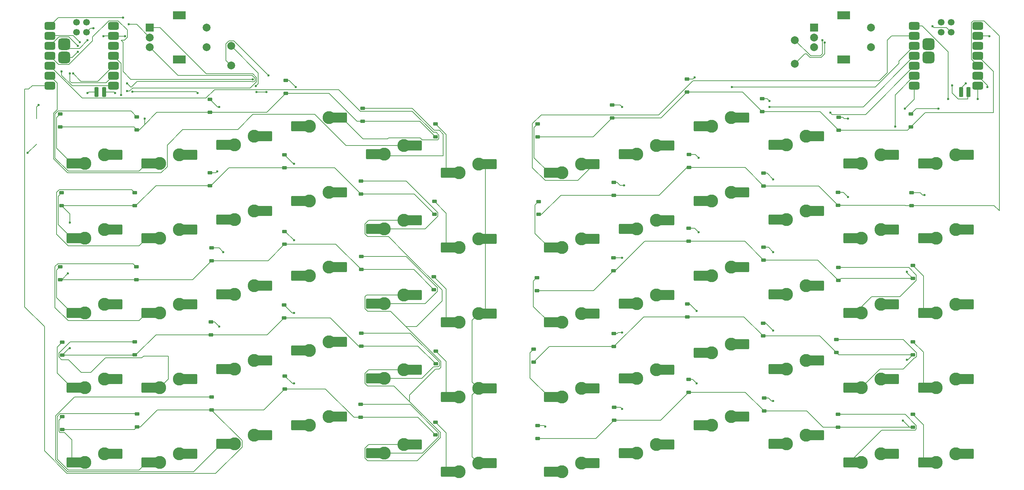
<source format=gbr>
%TF.GenerationSoftware,KiCad,Pcbnew,9.0.5*%
%TF.CreationDate,2025-12-19T18:50:02-08:00*%
%TF.ProjectId,bluekeeb,626c7565-6b65-4656-922e-6b696361645f,rev?*%
%TF.SameCoordinates,Original*%
%TF.FileFunction,Copper,L1,Top*%
%TF.FilePolarity,Positive*%
%FSLAX46Y46*%
G04 Gerber Fmt 4.6, Leading zero omitted, Abs format (unit mm)*
G04 Created by KiCad (PCBNEW 9.0.5) date 2025-12-19 18:50:02*
%MOMM*%
%LPD*%
G01*
G04 APERTURE LIST*
G04 Aperture macros list*
%AMRoundRect*
0 Rectangle with rounded corners*
0 $1 Rounding radius*
0 $2 $3 $4 $5 $6 $7 $8 $9 X,Y pos of 4 corners*
0 Add a 4 corners polygon primitive as box body*
4,1,4,$2,$3,$4,$5,$6,$7,$8,$9,$2,$3,0*
0 Add four circle primitives for the rounded corners*
1,1,$1+$1,$2,$3*
1,1,$1+$1,$4,$5*
1,1,$1+$1,$6,$7*
1,1,$1+$1,$8,$9*
0 Add four rect primitives between the rounded corners*
20,1,$1+$1,$2,$3,$4,$5,0*
20,1,$1+$1,$4,$5,$6,$7,0*
20,1,$1+$1,$6,$7,$8,$9,0*
20,1,$1+$1,$8,$9,$2,$3,0*%
G04 Aperture macros list end*
%TA.AperFunction,SMDPad,CuDef*%
%ADD10C,1.700000*%
%TD*%
%TA.AperFunction,SMDPad,CuDef*%
%ADD11RoundRect,0.275000X-0.275000X0.975000X-0.275000X-0.975000X0.275000X-0.975000X0.275000X0.975000X0*%
%TD*%
%TA.AperFunction,ComponentPad*%
%ADD12RoundRect,0.750000X0.750000X0.750000X-0.750000X0.750000X-0.750000X-0.750000X0.750000X-0.750000X0*%
%TD*%
%TA.AperFunction,SMDPad,CuDef*%
%ADD13RoundRect,0.500000X-0.875000X-0.500000X0.875000X-0.500000X0.875000X0.500000X-0.875000X0.500000X0*%
%TD*%
%TA.AperFunction,ComponentPad*%
%ADD14R,2.000000X2.000000*%
%TD*%
%TA.AperFunction,ComponentPad*%
%ADD15C,2.000000*%
%TD*%
%TA.AperFunction,ComponentPad*%
%ADD16R,3.200000X2.000000*%
%TD*%
%TA.AperFunction,ComponentPad*%
%ADD17C,3.300000*%
%TD*%
%TA.AperFunction,SMDPad,CuDef*%
%ADD18R,1.200000X2.600000*%
%TD*%
%TA.AperFunction,SMDPad,CuDef*%
%ADD19RoundRect,0.260000X-1.065000X-1.040000X1.065000X-1.040000X1.065000X1.040000X-1.065000X1.040000X0*%
%TD*%
%TA.AperFunction,SMDPad,CuDef*%
%ADD20RoundRect,0.225000X0.375000X-0.225000X0.375000X0.225000X-0.375000X0.225000X-0.375000X-0.225000X0*%
%TD*%
%TA.AperFunction,SMDPad,CuDef*%
%ADD21C,2.000000*%
%TD*%
%TA.AperFunction,ViaPad*%
%ADD22C,0.600000*%
%TD*%
%TA.AperFunction,Conductor*%
%ADD23C,0.200000*%
%TD*%
G04 APERTURE END LIST*
D10*
%TO.P,U2,22,GND*%
%TO.N,Net-(SW62-PadC)*%
X265715000Y-22471500D03*
%TO.P,U2,21,RESET*%
%TO.N,unconnected-(U2-RESET-Pad21)*%
X263175000Y-22471500D03*
%TO.P,U2,20,PA30_SWCLK*%
%TO.N,unconnected-(U2-PA30_SWCLK-Pad20)*%
X265715000Y-19931500D03*
%TO.P,U2,19,PA31_SWDIO*%
%TO.N,unconnected-(U2-PA31_SWDIO-Pad19)*%
X263175000Y-19931500D03*
D11*
%TO.P,U2,18,NFC2*%
%TO.N,Net-(U2-NFC2)*%
X270160000Y-37736900D03*
%TO.P,U2,17,NFC1*%
%TO.N,Net-(U2-NFC1)*%
X268255000Y-37736900D03*
D12*
%TO.P,U2,16,GND*%
%TO.N,GND*%
X260000000Y-25500000D03*
%TO.P,U2,15,BAT*%
%TO.N,/right/vbat*%
X260000000Y-28900000D03*
D13*
%TO.P,U2,14,5V*%
%TO.N,unconnected-(U2-5V-Pad14)*%
X272555000Y-20880000D03*
%TO.P,U2,13,GND*%
%TO.N,GND*%
X272555000Y-23420000D03*
%TO.P,U2,12,3V3*%
%TO.N,unconnected-(U2-3V3-Pad12)*%
X272555000Y-25960000D03*
%TO.P,U2,11,P1.15_D10_MOSI*%
%TO.N,/right/row0*%
X272555000Y-28500000D03*
%TO.P,U2,10,P1.14_D9_MISO*%
%TO.N,/right/row1*%
X272555000Y-31040000D03*
%TO.P,U2,9,P1.13_D8_SCK*%
%TO.N,/right/row2*%
X272555000Y-33580000D03*
%TO.P,U2,8,P1.12_D7_RX*%
%TO.N,/right/row3*%
X272555000Y-36120000D03*
%TO.P,U2,7,P1.11_D6_TX*%
%TO.N,/right/row4*%
X256390000Y-36120000D03*
%TO.P,U2,6,P0.05_A5_D5_SCL*%
%TO.N,/right/col4*%
X256390000Y-33580000D03*
%TO.P,U2,5,P0.04_A4_D4_SDA*%
%TO.N,/right/col3*%
X256390000Y-31040000D03*
%TO.P,U2,4,P0.29_A3_D3*%
%TO.N,/right/col2*%
X256390000Y-28500000D03*
%TO.P,U2,3,P0.28_A2_D2*%
%TO.N,/right/col1*%
X256390000Y-25960000D03*
%TO.P,U2,2,P0.03_A1_D1*%
%TO.N,/right/col0*%
X256390000Y-23420000D03*
%TO.P,U2,1,P0.02_A0_D0*%
%TO.N,/right/col5*%
X256390000Y-20880000D03*
%TD*%
D14*
%TO.P,SW62,A,A*%
%TO.N,Net-(U2-NFC1)*%
X230875000Y-21312500D03*
D15*
%TO.P,SW62,B,B*%
%TO.N,Net-(U2-NFC2)*%
X230875000Y-26312500D03*
%TO.P,SW62,C,C*%
%TO.N,Net-(SW62-PadC)*%
X230875000Y-23812500D03*
D16*
%TO.P,SW62,MP*%
%TO.N,N/C*%
X238375000Y-18212500D03*
X238375000Y-29412500D03*
D15*
%TO.P,SW62,S1*%
X245375000Y-26312500D03*
%TO.P,SW62,S2*%
X245375000Y-21312500D03*
%TD*%
D14*
%TO.P,SW61,A,A*%
%TO.N,Net-(U1-NFC1)*%
X61806250Y-21312500D03*
D15*
%TO.P,SW61,B,B*%
%TO.N,Net-(U1-NFC2)*%
X61806250Y-26312500D03*
%TO.P,SW61,C,C*%
%TO.N,Net-(SW61-PadC)*%
X61806250Y-23812500D03*
D16*
%TO.P,SW61,MP*%
%TO.N,N/C*%
X69306250Y-18212500D03*
X69306250Y-29412500D03*
D15*
%TO.P,SW61,S1*%
X76306250Y-26312500D03*
%TO.P,SW61,S2*%
X76306250Y-21312500D03*
%TD*%
D17*
%TO.P,SW1,1,1*%
%TO.N,/left/col0*%
X50243750Y-53756250D03*
D18*
X51793750Y-53756250D03*
D19*
X53488750Y-53756250D03*
%TO.P,SW1,2,2*%
%TO.N,Net-(D1-A)*%
X41998750Y-55956250D03*
D18*
X43693750Y-55956250D03*
D17*
X45243750Y-55956250D03*
%TD*%
%TO.P,SW2,1,1*%
%TO.N,/right/col0*%
X171687500Y-56137500D03*
D18*
X173237500Y-56137500D03*
D19*
X174932500Y-56137500D03*
%TO.P,SW2,2,2*%
%TO.N,Net-(D2-A)*%
X163442500Y-58337500D03*
D18*
X165137500Y-58337500D03*
D17*
X166687500Y-58337500D03*
%TD*%
%TO.P,SW3,1,1*%
%TO.N,/left/col1*%
X69293750Y-53756250D03*
D18*
X70843750Y-53756250D03*
D19*
X72538750Y-53756250D03*
%TO.P,SW3,2,2*%
%TO.N,Net-(D3-A)*%
X61048750Y-55956250D03*
D18*
X62743750Y-55956250D03*
D17*
X64293750Y-55956250D03*
%TD*%
%TO.P,SW4,1,1*%
%TO.N,/right/col1*%
X190737500Y-51375000D03*
D18*
X192287500Y-51375000D03*
D19*
X193982500Y-51375000D03*
%TO.P,SW4,2,2*%
%TO.N,Net-(D4-A)*%
X182492500Y-53575000D03*
D18*
X184187500Y-53575000D03*
D17*
X185737500Y-53575000D03*
%TD*%
%TO.P,SW5,1,1*%
%TO.N,/left/col2*%
X88343750Y-48993750D03*
D18*
X89893750Y-48993750D03*
D19*
X91588750Y-48993750D03*
%TO.P,SW5,2,2*%
%TO.N,Net-(D5-A)*%
X80098750Y-51193750D03*
D18*
X81793750Y-51193750D03*
D17*
X83343750Y-51193750D03*
%TD*%
%TO.P,SW6,1,1*%
%TO.N,/right/col2*%
X209787500Y-44231250D03*
D18*
X211337500Y-44231250D03*
D19*
X213032500Y-44231250D03*
%TO.P,SW6,2,2*%
%TO.N,Net-(D6-A)*%
X201542500Y-46431250D03*
D18*
X203237500Y-46431250D03*
D17*
X204787500Y-46431250D03*
%TD*%
%TO.P,SW7,1,1*%
%TO.N,/left/col3*%
X107393750Y-44231250D03*
D18*
X108943750Y-44231250D03*
D19*
X110638750Y-44231250D03*
%TO.P,SW7,2,2*%
%TO.N,Net-(D7-A)*%
X99148750Y-46431250D03*
D18*
X100843750Y-46431250D03*
D17*
X102393750Y-46431250D03*
%TD*%
%TO.P,SW8,1,1*%
%TO.N,/right/col3*%
X228837500Y-48993750D03*
D18*
X230387500Y-48993750D03*
D19*
X232082500Y-48993750D03*
%TO.P,SW8,2,2*%
%TO.N,Net-(D8-A)*%
X220592500Y-51193750D03*
D18*
X222287500Y-51193750D03*
D17*
X223837500Y-51193750D03*
%TD*%
%TO.P,SW9,1,1*%
%TO.N,/left/col4*%
X126443750Y-51375000D03*
D18*
X127993750Y-51375000D03*
D19*
X129688750Y-51375000D03*
%TO.P,SW9,2,2*%
%TO.N,Net-(D9-A)*%
X118198750Y-53575000D03*
D18*
X119893750Y-53575000D03*
D17*
X121443750Y-53575000D03*
%TD*%
%TO.P,SW10,1,1*%
%TO.N,/right/col4*%
X247887500Y-53756250D03*
D18*
X249437500Y-53756250D03*
D19*
X251132500Y-53756250D03*
%TO.P,SW10,2,2*%
%TO.N,Net-(D10-A)*%
X239642500Y-55956250D03*
D18*
X241337500Y-55956250D03*
D17*
X242887500Y-55956250D03*
%TD*%
%TO.P,SW11,1,1*%
%TO.N,/left/col5*%
X145493750Y-56137500D03*
D18*
X147043750Y-56137500D03*
D19*
X148738750Y-56137500D03*
%TO.P,SW11,2,2*%
%TO.N,Net-(D11-A)*%
X137248750Y-58337500D03*
D18*
X138943750Y-58337500D03*
D17*
X140493750Y-58337500D03*
%TD*%
%TO.P,SW12,1,1*%
%TO.N,/right/col5*%
X266937500Y-53756250D03*
D18*
X268487500Y-53756250D03*
D19*
X270182500Y-53756250D03*
%TO.P,SW12,2,2*%
%TO.N,Net-(D12-A)*%
X258692500Y-55956250D03*
D18*
X260387500Y-55956250D03*
D17*
X261937500Y-55956250D03*
%TD*%
%TO.P,SW13,1,1*%
%TO.N,/left/col0*%
X50243750Y-72806250D03*
D18*
X51793750Y-72806250D03*
D19*
X53488750Y-72806250D03*
%TO.P,SW13,2,2*%
%TO.N,Net-(D13-A)*%
X41998750Y-75006250D03*
D18*
X43693750Y-75006250D03*
D17*
X45243750Y-75006250D03*
%TD*%
%TO.P,SW14,1,1*%
%TO.N,/right/col0*%
X171687500Y-75187500D03*
D18*
X173237500Y-75187500D03*
D19*
X174932500Y-75187500D03*
%TO.P,SW14,2,2*%
%TO.N,Net-(D14-A)*%
X163442500Y-77387500D03*
D18*
X165137500Y-77387500D03*
D17*
X166687500Y-77387500D03*
%TD*%
%TO.P,SW15,1,1*%
%TO.N,/left/col0*%
X50243750Y-91856250D03*
D18*
X51793750Y-91856250D03*
D19*
X53488750Y-91856250D03*
%TO.P,SW15,2,2*%
%TO.N,Net-(D15-A)*%
X41998750Y-94056250D03*
D18*
X43693750Y-94056250D03*
D17*
X45243750Y-94056250D03*
%TD*%
%TO.P,SW16,1,1*%
%TO.N,/right/col0*%
X171687500Y-94237500D03*
D18*
X173237500Y-94237500D03*
D19*
X174932500Y-94237500D03*
%TO.P,SW16,2,2*%
%TO.N,Net-(D16-A)*%
X163442500Y-96437500D03*
D18*
X165137500Y-96437500D03*
D17*
X166687500Y-96437500D03*
%TD*%
%TO.P,SW17,1,1*%
%TO.N,/left/col0*%
X50243750Y-110906250D03*
D18*
X51793750Y-110906250D03*
D19*
X53488750Y-110906250D03*
%TO.P,SW17,2,2*%
%TO.N,Net-(D17-A)*%
X41998750Y-113106250D03*
D18*
X43693750Y-113106250D03*
D17*
X45243750Y-113106250D03*
%TD*%
%TO.P,SW18,1,1*%
%TO.N,/right/col0*%
X171687500Y-113287500D03*
D18*
X173237500Y-113287500D03*
D19*
X174932500Y-113287500D03*
%TO.P,SW18,2,2*%
%TO.N,Net-(D18-A)*%
X163442500Y-115487500D03*
D18*
X165137500Y-115487500D03*
D17*
X166687500Y-115487500D03*
%TD*%
%TO.P,SW19,1,1*%
%TO.N,/left/col0*%
X50243750Y-129956250D03*
D18*
X51793750Y-129956250D03*
D19*
X53488750Y-129956250D03*
%TO.P,SW19,2,2*%
%TO.N,Net-(D19-A)*%
X41998750Y-132156250D03*
D18*
X43693750Y-132156250D03*
D17*
X45243750Y-132156250D03*
%TD*%
%TO.P,SW20,1,1*%
%TO.N,/right/col0*%
X171687500Y-132337500D03*
D18*
X173237500Y-132337500D03*
D19*
X174932500Y-132337500D03*
%TO.P,SW20,2,2*%
%TO.N,Net-(D20-A)*%
X163442500Y-134537500D03*
D18*
X165137500Y-134537500D03*
D17*
X166687500Y-134537500D03*
%TD*%
%TO.P,SW21,1,1*%
%TO.N,/left/col1*%
X69293750Y-72806250D03*
D18*
X70843750Y-72806250D03*
D19*
X72538750Y-72806250D03*
%TO.P,SW21,2,2*%
%TO.N,Net-(D21-A)*%
X61048750Y-75006250D03*
D18*
X62743750Y-75006250D03*
D17*
X64293750Y-75006250D03*
%TD*%
%TO.P,SW22,1,1*%
%TO.N,/right/col1*%
X190737500Y-70425000D03*
D18*
X192287500Y-70425000D03*
D19*
X193982500Y-70425000D03*
%TO.P,SW22,2,2*%
%TO.N,Net-(D22-A)*%
X182492500Y-72625000D03*
D18*
X184187500Y-72625000D03*
D17*
X185737500Y-72625000D03*
%TD*%
%TO.P,SW23,1,1*%
%TO.N,/left/col1*%
X69293750Y-91856250D03*
D18*
X70843750Y-91856250D03*
D19*
X72538750Y-91856250D03*
%TO.P,SW23,2,2*%
%TO.N,Net-(D23-A)*%
X61048750Y-94056250D03*
D18*
X62743750Y-94056250D03*
D17*
X64293750Y-94056250D03*
%TD*%
%TO.P,SW24,1,1*%
%TO.N,/right/col1*%
X190737500Y-89475000D03*
D18*
X192287500Y-89475000D03*
D19*
X193982500Y-89475000D03*
%TO.P,SW24,2,2*%
%TO.N,Net-(D24-A)*%
X182492500Y-91675000D03*
D18*
X184187500Y-91675000D03*
D17*
X185737500Y-91675000D03*
%TD*%
%TO.P,SW25,1,1*%
%TO.N,/left/col1*%
X69293750Y-110906250D03*
D18*
X70843750Y-110906250D03*
D19*
X72538750Y-110906250D03*
%TO.P,SW25,2,2*%
%TO.N,Net-(D25-A)*%
X61048750Y-113106250D03*
D18*
X62743750Y-113106250D03*
D17*
X64293750Y-113106250D03*
%TD*%
%TO.P,SW26,1,1*%
%TO.N,/right/col1*%
X190737500Y-108525000D03*
D18*
X192287500Y-108525000D03*
D19*
X193982500Y-108525000D03*
%TO.P,SW26,2,2*%
%TO.N,Net-(D26-A)*%
X182492500Y-110725000D03*
D18*
X184187500Y-110725000D03*
D17*
X185737500Y-110725000D03*
%TD*%
%TO.P,SW27,1,1*%
%TO.N,/left/col1*%
X69293750Y-129956250D03*
D18*
X70843750Y-129956250D03*
D19*
X72538750Y-129956250D03*
%TO.P,SW27,2,2*%
%TO.N,Net-(D27-A)*%
X61048750Y-132156250D03*
D18*
X62743750Y-132156250D03*
D17*
X64293750Y-132156250D03*
%TD*%
%TO.P,SW28,1,1*%
%TO.N,/right/col1*%
X190737500Y-127575000D03*
D18*
X192287500Y-127575000D03*
D19*
X193982500Y-127575000D03*
%TO.P,SW28,2,2*%
%TO.N,Net-(D28-A)*%
X182492500Y-129775000D03*
D18*
X184187500Y-129775000D03*
D17*
X185737500Y-129775000D03*
%TD*%
%TO.P,SW29,1,1*%
%TO.N,/left/col2*%
X88343750Y-68043750D03*
D18*
X89893750Y-68043750D03*
D19*
X91588750Y-68043750D03*
%TO.P,SW29,2,2*%
%TO.N,Net-(D29-A)*%
X80098750Y-70243750D03*
D18*
X81793750Y-70243750D03*
D17*
X83343750Y-70243750D03*
%TD*%
%TO.P,SW30,1,1*%
%TO.N,/right/col2*%
X209787500Y-63281250D03*
D18*
X211337500Y-63281250D03*
D19*
X213032500Y-63281250D03*
%TO.P,SW30,2,2*%
%TO.N,Net-(D30-A)*%
X201542500Y-65481250D03*
D18*
X203237500Y-65481250D03*
D17*
X204787500Y-65481250D03*
%TD*%
%TO.P,SW31,1,1*%
%TO.N,/left/col2*%
X88343750Y-87093750D03*
D18*
X89893750Y-87093750D03*
D19*
X91588750Y-87093750D03*
%TO.P,SW31,2,2*%
%TO.N,Net-(D31-A)*%
X80098750Y-89293750D03*
D18*
X81793750Y-89293750D03*
D17*
X83343750Y-89293750D03*
%TD*%
%TO.P,SW32,1,1*%
%TO.N,/right/col2*%
X209787500Y-82331250D03*
D18*
X211337500Y-82331250D03*
D19*
X213032500Y-82331250D03*
%TO.P,SW32,2,2*%
%TO.N,Net-(D32-A)*%
X201542500Y-84531250D03*
D18*
X203237500Y-84531250D03*
D17*
X204787500Y-84531250D03*
%TD*%
%TO.P,SW33,1,1*%
%TO.N,/left/col2*%
X88343750Y-106143750D03*
D18*
X89893750Y-106143750D03*
D19*
X91588750Y-106143750D03*
%TO.P,SW33,2,2*%
%TO.N,Net-(D33-A)*%
X80098750Y-108343750D03*
D18*
X81793750Y-108343750D03*
D17*
X83343750Y-108343750D03*
%TD*%
%TO.P,SW34,1,1*%
%TO.N,/right/col2*%
X209787500Y-102018750D03*
D18*
X211337500Y-102018750D03*
D19*
X213032500Y-102018750D03*
%TO.P,SW34,2,2*%
%TO.N,Net-(D34-A)*%
X201542500Y-104218750D03*
D18*
X203237500Y-104218750D03*
D17*
X204787500Y-104218750D03*
%TD*%
%TO.P,SW35,1,1*%
%TO.N,/left/col2*%
X88343750Y-125193750D03*
D18*
X89893750Y-125193750D03*
D19*
X91588750Y-125193750D03*
%TO.P,SW35,2,2*%
%TO.N,Net-(D35-A)*%
X80098750Y-127393750D03*
D18*
X81793750Y-127393750D03*
D17*
X83343750Y-127393750D03*
%TD*%
%TO.P,SW36,1,1*%
%TO.N,/right/col2*%
X209787500Y-120431250D03*
D18*
X211337500Y-120431250D03*
D19*
X213032500Y-120431250D03*
%TO.P,SW36,2,2*%
%TO.N,Net-(D36-A)*%
X201542500Y-122631250D03*
D18*
X203237500Y-122631250D03*
D17*
X204787500Y-122631250D03*
%TD*%
%TO.P,SW37,1,1*%
%TO.N,/left/col3*%
X107393750Y-63281250D03*
D18*
X108943750Y-63281250D03*
D19*
X110638750Y-63281250D03*
%TO.P,SW37,2,2*%
%TO.N,Net-(D37-A)*%
X99148750Y-65481250D03*
D18*
X100843750Y-65481250D03*
D17*
X102393750Y-65481250D03*
%TD*%
%TO.P,SW38,1,1*%
%TO.N,/right/col3*%
X228837500Y-68043750D03*
D18*
X230387500Y-68043750D03*
D19*
X232082500Y-68043750D03*
%TO.P,SW38,2,2*%
%TO.N,Net-(D38-A)*%
X220592500Y-70243750D03*
D18*
X222287500Y-70243750D03*
D17*
X223837500Y-70243750D03*
%TD*%
%TO.P,SW39,1,1*%
%TO.N,/left/col3*%
X107393750Y-82331250D03*
D18*
X108943750Y-82331250D03*
D19*
X110638750Y-82331250D03*
%TO.P,SW39,2,2*%
%TO.N,Net-(D39-A)*%
X99148750Y-84531250D03*
D18*
X100843750Y-84531250D03*
D17*
X102393750Y-84531250D03*
%TD*%
%TO.P,SW40,1,1*%
%TO.N,/right/col3*%
X228837500Y-87093750D03*
D18*
X230387500Y-87093750D03*
D19*
X232082500Y-87093750D03*
%TO.P,SW40,2,2*%
%TO.N,Net-(D40-A)*%
X220592500Y-89293750D03*
D18*
X222287500Y-89293750D03*
D17*
X223837500Y-89293750D03*
%TD*%
%TO.P,SW41,1,1*%
%TO.N,/left/col3*%
X107393750Y-101381250D03*
D18*
X108943750Y-101381250D03*
D19*
X110638750Y-101381250D03*
%TO.P,SW41,2,2*%
%TO.N,Net-(D41-A)*%
X99148750Y-103581250D03*
D18*
X100843750Y-103581250D03*
D17*
X102393750Y-103581250D03*
%TD*%
%TO.P,SW42,1,1*%
%TO.N,/right/col3*%
X228837500Y-106143750D03*
D18*
X230387500Y-106143750D03*
D19*
X232082500Y-106143750D03*
%TO.P,SW42,2,2*%
%TO.N,Net-(D42-A)*%
X220592500Y-108343750D03*
D18*
X222287500Y-108343750D03*
D17*
X223837500Y-108343750D03*
%TD*%
%TO.P,SW43,1,1*%
%TO.N,/left/col3*%
X107393750Y-120431250D03*
D18*
X108943750Y-120431250D03*
D19*
X110638750Y-120431250D03*
%TO.P,SW43,2,2*%
%TO.N,Net-(D43-A)*%
X99148750Y-122631250D03*
D18*
X100843750Y-122631250D03*
D17*
X102393750Y-122631250D03*
%TD*%
%TO.P,SW44,1,1*%
%TO.N,/right/col3*%
X228837500Y-125193750D03*
D18*
X230387500Y-125193750D03*
D19*
X232082500Y-125193750D03*
%TO.P,SW44,2,2*%
%TO.N,Net-(D44-A)*%
X220592500Y-127393750D03*
D18*
X222287500Y-127393750D03*
D17*
X223837500Y-127393750D03*
%TD*%
%TO.P,SW45,1,1*%
%TO.N,/left/col4*%
X126443750Y-70425000D03*
D18*
X127993750Y-70425000D03*
D19*
X129688750Y-70425000D03*
%TO.P,SW45,2,2*%
%TO.N,Net-(D45-A)*%
X118198750Y-72625000D03*
D18*
X119893750Y-72625000D03*
D17*
X121443750Y-72625000D03*
%TD*%
%TO.P,SW46,1,1*%
%TO.N,/right/col4*%
X247887500Y-72806250D03*
D18*
X249437500Y-72806250D03*
D19*
X251132500Y-72806250D03*
%TO.P,SW46,2,2*%
%TO.N,Net-(D46-A)*%
X239642500Y-75006250D03*
D18*
X241337500Y-75006250D03*
D17*
X242887500Y-75006250D03*
%TD*%
%TO.P,SW47,1,1*%
%TO.N,/left/col4*%
X126443750Y-89475000D03*
D18*
X127993750Y-89475000D03*
D19*
X129688750Y-89475000D03*
%TO.P,SW47,2,2*%
%TO.N,Net-(D47-A)*%
X118198750Y-91675000D03*
D18*
X119893750Y-91675000D03*
D17*
X121443750Y-91675000D03*
%TD*%
%TO.P,SW48,1,1*%
%TO.N,/right/col4*%
X247887500Y-91856250D03*
D18*
X249437500Y-91856250D03*
D19*
X251132500Y-91856250D03*
%TO.P,SW48,2,2*%
%TO.N,Net-(D48-A)*%
X239642500Y-94056250D03*
D18*
X241337500Y-94056250D03*
D17*
X242887500Y-94056250D03*
%TD*%
%TO.P,SW49,1,1*%
%TO.N,/left/col4*%
X126443750Y-108525000D03*
D18*
X127993750Y-108525000D03*
D19*
X129688750Y-108525000D03*
%TO.P,SW49,2,2*%
%TO.N,Net-(D49-A)*%
X118198750Y-110725000D03*
D18*
X119893750Y-110725000D03*
D17*
X121443750Y-110725000D03*
%TD*%
%TO.P,SW50,1,1*%
%TO.N,/right/col4*%
X247887500Y-110906250D03*
D18*
X249437500Y-110906250D03*
D19*
X251132500Y-110906250D03*
%TO.P,SW50,2,2*%
%TO.N,Net-(D50-A)*%
X239642500Y-113106250D03*
D18*
X241337500Y-113106250D03*
D17*
X242887500Y-113106250D03*
%TD*%
%TO.P,SW51,1,1*%
%TO.N,/left/col4*%
X126443750Y-127575000D03*
D18*
X127993750Y-127575000D03*
D19*
X129688750Y-127575000D03*
%TO.P,SW51,2,2*%
%TO.N,Net-(D51-A)*%
X118198750Y-129775000D03*
D18*
X119893750Y-129775000D03*
D17*
X121443750Y-129775000D03*
%TD*%
%TO.P,SW52,1,1*%
%TO.N,/right/col4*%
X247887500Y-129956250D03*
D18*
X249437500Y-129956250D03*
D19*
X251132500Y-129956250D03*
%TO.P,SW52,2,2*%
%TO.N,Net-(D52-A)*%
X239642500Y-132156250D03*
D18*
X241337500Y-132156250D03*
D17*
X242887500Y-132156250D03*
%TD*%
%TO.P,SW53,1,1*%
%TO.N,/left/col5*%
X145493750Y-75187500D03*
D18*
X147043750Y-75187500D03*
D19*
X148738750Y-75187500D03*
%TO.P,SW53,2,2*%
%TO.N,Net-(D53-A)*%
X137248750Y-77387500D03*
D18*
X138943750Y-77387500D03*
D17*
X140493750Y-77387500D03*
%TD*%
%TO.P,SW54,1,1*%
%TO.N,/right/col5*%
X266937500Y-72806250D03*
D18*
X268487500Y-72806250D03*
D19*
X270182500Y-72806250D03*
%TO.P,SW54,2,2*%
%TO.N,Net-(D54-A)*%
X258692500Y-75006250D03*
D18*
X260387500Y-75006250D03*
D17*
X261937500Y-75006250D03*
%TD*%
%TO.P,SW55,1,1*%
%TO.N,/left/col5*%
X145493750Y-94237500D03*
D18*
X147043750Y-94237500D03*
D19*
X148738750Y-94237500D03*
%TO.P,SW55,2,2*%
%TO.N,Net-(D55-A)*%
X137248750Y-96437500D03*
D18*
X138943750Y-96437500D03*
D17*
X140493750Y-96437500D03*
%TD*%
%TO.P,SW56,1,1*%
%TO.N,/right/col5*%
X266937500Y-91856250D03*
D18*
X268487500Y-91856250D03*
D19*
X270182500Y-91856250D03*
%TO.P,SW56,2,2*%
%TO.N,Net-(D56-A)*%
X258692500Y-94056250D03*
D18*
X260387500Y-94056250D03*
D17*
X261937500Y-94056250D03*
%TD*%
%TO.P,SW57,1,1*%
%TO.N,/left/col5*%
X145493750Y-113287500D03*
D18*
X147043750Y-113287500D03*
D19*
X148738750Y-113287500D03*
%TO.P,SW57,2,2*%
%TO.N,Net-(D57-A)*%
X137248750Y-115487500D03*
D18*
X138943750Y-115487500D03*
D17*
X140493750Y-115487500D03*
%TD*%
%TO.P,SW58,1,1*%
%TO.N,/right/col5*%
X266937500Y-110906250D03*
D18*
X268487500Y-110906250D03*
D19*
X270182500Y-110906250D03*
%TO.P,SW58,2,2*%
%TO.N,Net-(D58-A)*%
X258692500Y-113106250D03*
D18*
X260387500Y-113106250D03*
D17*
X261937500Y-113106250D03*
%TD*%
%TO.P,SW59,1,1*%
%TO.N,/left/col5*%
X145493750Y-132337500D03*
D18*
X147043750Y-132337500D03*
D19*
X148738750Y-132337500D03*
%TO.P,SW59,2,2*%
%TO.N,Net-(D59-A)*%
X137248750Y-134537500D03*
D18*
X138943750Y-134537500D03*
D17*
X140493750Y-134537500D03*
%TD*%
%TO.P,SW60,1,1*%
%TO.N,/right/col5*%
X266937500Y-129956250D03*
D18*
X268487500Y-129956250D03*
D19*
X270182500Y-129956250D03*
%TO.P,SW60,2,2*%
%TO.N,Net-(D60-A)*%
X258692500Y-132156250D03*
D18*
X260387500Y-132156250D03*
D17*
X261937500Y-132156250D03*
%TD*%
D13*
%TO.P,U1,1,P0.02_A0_D0*%
%TO.N,/left/col5*%
X36390000Y-20880000D03*
%TO.P,U1,2,P0.03_A1_D1*%
%TO.N,/left/col0*%
X36390000Y-23420000D03*
%TO.P,U1,3,P0.28_A2_D2*%
%TO.N,/left/col1*%
X36390000Y-25960000D03*
%TO.P,U1,4,P0.29_A3_D3*%
%TO.N,/left/col2*%
X36390000Y-28500000D03*
%TO.P,U1,5,P0.04_A4_D4_SDA*%
%TO.N,/left/col3*%
X36390000Y-31040000D03*
%TO.P,U1,6,P0.05_A5_D5_SCL*%
%TO.N,/left/col4*%
X36390000Y-33580000D03*
%TO.P,U1,7,P1.11_D6_TX*%
%TO.N,/left/row4*%
X36390000Y-36120000D03*
%TO.P,U1,8,P1.12_D7_RX*%
%TO.N,/left/row3*%
X52555000Y-36120000D03*
%TO.P,U1,9,P1.13_D8_SCK*%
%TO.N,/left/row2*%
X52555000Y-33580000D03*
%TO.P,U1,10,P1.14_D9_MISO*%
%TO.N,/left/row1*%
X52555000Y-31040000D03*
%TO.P,U1,11,P1.15_D10_MOSI*%
%TO.N,/left/row0*%
X52555000Y-28500000D03*
%TO.P,U1,12,3V3*%
%TO.N,unconnected-(U1-3V3-Pad12)*%
X52555000Y-25960000D03*
%TO.P,U1,13,GND*%
%TO.N,GND*%
X52555000Y-23420000D03*
%TO.P,U1,14,5V*%
%TO.N,unconnected-(U1-5V-Pad14)*%
X52555000Y-20880000D03*
D12*
%TO.P,U1,15,BAT*%
%TO.N,/left/vbat*%
X40000000Y-28900000D03*
%TO.P,U1,16,GND*%
%TO.N,GND*%
X40000000Y-25500000D03*
D11*
%TO.P,U1,17,NFC1*%
%TO.N,Net-(U1-NFC1)*%
X48255000Y-37736900D03*
%TO.P,U1,18,NFC2*%
%TO.N,Net-(U1-NFC2)*%
X50160000Y-37736900D03*
D10*
%TO.P,U1,19,PA31_SWDIO*%
%TO.N,unconnected-(U1-PA31_SWDIO-Pad19)*%
X43175000Y-19931500D03*
%TO.P,U1,20,PA30_SWCLK*%
%TO.N,unconnected-(U1-PA30_SWCLK-Pad20)*%
X45715000Y-19931500D03*
%TO.P,U1,21,RESET*%
%TO.N,unconnected-(U1-RESET-Pad21)*%
X43175000Y-22471500D03*
%TO.P,U1,22,GND*%
%TO.N,Net-(SW61-PadC)*%
X45715000Y-22471500D03*
%TD*%
D20*
%TO.P,D52,1,K*%
%TO.N,/right/row4*%
X237000000Y-123150000D03*
%TO.P,D52,2,A*%
%TO.N,Net-(D52-A)*%
X237000000Y-119850000D03*
%TD*%
%TO.P,D37,1,K*%
%TO.N,/left/row1*%
X96106250Y-57050000D03*
%TO.P,D37,2,A*%
%TO.N,Net-(D37-A)*%
X96106250Y-53750000D03*
%TD*%
%TO.P,D14,1,K*%
%TO.N,/right/row1*%
X160750000Y-68931250D03*
%TO.P,D14,2,A*%
%TO.N,Net-(D14-A)*%
X160750000Y-65631250D03*
%TD*%
%TO.P,D43,1,K*%
%TO.N,/left/row4*%
X96206250Y-113393750D03*
%TO.P,D43,2,A*%
%TO.N,Net-(D43-A)*%
X96206250Y-110093750D03*
%TD*%
%TO.P,D3,1,K*%
%TO.N,/left/row0*%
X58500000Y-47362500D03*
%TO.P,D3,2,A*%
%TO.N,Net-(D3-A)*%
X58500000Y-44062500D03*
%TD*%
D21*
%TO.P,TP2,1,1*%
%TO.N,/right/vbat*%
X226000000Y-30500000D03*
%TD*%
D20*
%TO.P,D5,1,K*%
%TO.N,/left/row0*%
X77156250Y-42906250D03*
%TO.P,D5,2,A*%
%TO.N,Net-(D5-A)*%
X77156250Y-39606250D03*
%TD*%
%TO.P,D46,1,K*%
%TO.N,/right/row1*%
X236993750Y-66631250D03*
%TO.P,D46,2,A*%
%TO.N,Net-(D46-A)*%
X236993750Y-63331250D03*
%TD*%
%TO.P,D50,1,K*%
%TO.N,/right/row3*%
X236543750Y-104125000D03*
%TO.P,D50,2,A*%
%TO.N,Net-(D50-A)*%
X236543750Y-100825000D03*
%TD*%
%TO.P,D26,1,K*%
%TO.N,/right/row3*%
X179943750Y-102581250D03*
%TO.P,D26,2,A*%
%TO.N,Net-(D26-A)*%
X179943750Y-99281250D03*
%TD*%
%TO.P,D35,1,K*%
%TO.N,/left/row4*%
X77506250Y-118750000D03*
%TO.P,D35,2,A*%
%TO.N,Net-(D35-A)*%
X77506250Y-115450000D03*
%TD*%
%TO.P,D48,1,K*%
%TO.N,/right/row2*%
X237043750Y-85775000D03*
%TO.P,D48,2,A*%
%TO.N,Net-(D48-A)*%
X237043750Y-82475000D03*
%TD*%
D21*
%TO.P,TP4,1,1*%
%TO.N,GND*%
X226000000Y-24500000D03*
%TD*%
D20*
%TO.P,D39,1,K*%
%TO.N,/left/row2*%
X96106250Y-76550000D03*
%TO.P,D39,2,A*%
%TO.N,Net-(D39-A)*%
X96106250Y-73250000D03*
%TD*%
%TO.P,D7,1,K*%
%TO.N,/left/row0*%
X96450000Y-38093750D03*
%TO.P,D7,2,A*%
%TO.N,Net-(D7-A)*%
X96450000Y-34793750D03*
%TD*%
%TO.P,D16,1,K*%
%TO.N,/right/row2*%
X160350000Y-88343750D03*
%TO.P,D16,2,A*%
%TO.N,Net-(D16-A)*%
X160350000Y-85043750D03*
%TD*%
%TO.P,D38,1,K*%
%TO.N,/right/row1*%
X218043750Y-61700000D03*
%TO.P,D38,2,A*%
%TO.N,Net-(D38-A)*%
X218043750Y-58400000D03*
%TD*%
%TO.P,D17,1,K*%
%TO.N,/left/row3*%
X39556250Y-104768750D03*
%TO.P,D17,2,A*%
%TO.N,Net-(D17-A)*%
X39556250Y-101468750D03*
%TD*%
%TO.P,D59,1,K*%
%TO.N,/left/row4*%
X134500000Y-125150000D03*
%TO.P,D59,2,A*%
%TO.N,Net-(D59-A)*%
X134500000Y-121850000D03*
%TD*%
%TO.P,D4,1,K*%
%TO.N,/right/row0*%
X179500000Y-44300000D03*
%TO.P,D4,2,A*%
%TO.N,Net-(D4-A)*%
X179500000Y-41000000D03*
%TD*%
%TO.P,D33,1,K*%
%TO.N,/left/row3*%
X77350000Y-99606250D03*
%TO.P,D33,2,A*%
%TO.N,Net-(D33-A)*%
X77350000Y-96306250D03*
%TD*%
%TO.P,D51,1,K*%
%TO.N,/left/row4*%
X115500000Y-120650000D03*
%TO.P,D51,2,A*%
%TO.N,Net-(D51-A)*%
X115500000Y-117350000D03*
%TD*%
%TO.P,D29,1,K*%
%TO.N,/left/row1*%
X77106250Y-61618750D03*
%TO.P,D29,2,A*%
%TO.N,Net-(D29-A)*%
X77106250Y-58318750D03*
%TD*%
%TO.P,D22,1,K*%
%TO.N,/right/row1*%
X179943750Y-64081250D03*
%TO.P,D22,2,A*%
%TO.N,Net-(D22-A)*%
X179943750Y-60781250D03*
%TD*%
%TO.P,D32,1,K*%
%TO.N,/right/row2*%
X198943750Y-75750000D03*
%TO.P,D32,2,A*%
%TO.N,Net-(D32-A)*%
X198943750Y-72450000D03*
%TD*%
%TO.P,D45,1,K*%
%TO.N,/left/row1*%
X115556250Y-63718750D03*
%TO.P,D45,2,A*%
%TO.N,Net-(D45-A)*%
X115556250Y-60418750D03*
%TD*%
D21*
%TO.P,TP3,1,1*%
%TO.N,GND*%
X82500000Y-26000000D03*
%TD*%
D20*
%TO.P,D27,1,K*%
%TO.N,/left/row4*%
X58556250Y-123081250D03*
%TO.P,D27,2,A*%
%TO.N,Net-(D27-A)*%
X58556250Y-119781250D03*
%TD*%
%TO.P,D10,1,K*%
%TO.N,/right/row0*%
X237143750Y-47500000D03*
%TO.P,D10,2,A*%
%TO.N,Net-(D10-A)*%
X237143750Y-44200000D03*
%TD*%
%TO.P,D54,1,K*%
%TO.N,/right/row1*%
X255693750Y-66650000D03*
%TO.P,D54,2,A*%
%TO.N,Net-(D54-A)*%
X255693750Y-63350000D03*
%TD*%
%TO.P,D53,1,K*%
%TO.N,/left/row1*%
X134256250Y-68912500D03*
%TO.P,D53,2,A*%
%TO.N,Net-(D53-A)*%
X134256250Y-65612500D03*
%TD*%
%TO.P,D49,1,K*%
%TO.N,/left/row3*%
X115606250Y-102481250D03*
%TO.P,D49,2,A*%
%TO.N,Net-(D49-A)*%
X115606250Y-99181250D03*
%TD*%
%TO.P,D23,1,K*%
%TO.N,/left/row2*%
X58400000Y-85581250D03*
%TO.P,D23,2,A*%
%TO.N,Net-(D23-A)*%
X58400000Y-82281250D03*
%TD*%
%TO.P,D18,1,K*%
%TO.N,/right/row3*%
X159493750Y-106581250D03*
%TO.P,D18,2,A*%
%TO.N,Net-(D18-A)*%
X159493750Y-103281250D03*
%TD*%
%TO.P,D42,1,K*%
%TO.N,/right/row3*%
X217943750Y-99918750D03*
%TO.P,D42,2,A*%
%TO.N,Net-(D42-A)*%
X217943750Y-96618750D03*
%TD*%
%TO.P,D36,1,K*%
%TO.N,/right/row4*%
X198943750Y-114250000D03*
%TO.P,D36,2,A*%
%TO.N,Net-(D36-A)*%
X198943750Y-110950000D03*
%TD*%
%TO.P,D44,1,K*%
%TO.N,/right/row4*%
X218143750Y-119037500D03*
%TO.P,D44,2,A*%
%TO.N,Net-(D44-A)*%
X218143750Y-115737500D03*
%TD*%
%TO.P,D58,1,K*%
%TO.N,/right/row3*%
X256043750Y-104681250D03*
%TO.P,D58,2,A*%
%TO.N,Net-(D58-A)*%
X256043750Y-101381250D03*
%TD*%
%TO.P,D15,1,K*%
%TO.N,/left/row2*%
X39006250Y-85531250D03*
%TO.P,D15,2,A*%
%TO.N,Net-(D15-A)*%
X39006250Y-82231250D03*
%TD*%
%TO.P,D8,1,K*%
%TO.N,/right/row0*%
X217643750Y-42737500D03*
%TO.P,D8,2,A*%
%TO.N,Net-(D8-A)*%
X217643750Y-39437500D03*
%TD*%
%TO.P,D47,1,K*%
%TO.N,/left/row2*%
X115606250Y-82981250D03*
%TO.P,D47,2,A*%
%TO.N,Net-(D47-A)*%
X115606250Y-79681250D03*
%TD*%
%TO.P,D56,1,K*%
%TO.N,/right/row2*%
X255993750Y-85268750D03*
%TO.P,D56,2,A*%
%TO.N,Net-(D56-A)*%
X255993750Y-81968750D03*
%TD*%
%TO.P,D40,1,K*%
%TO.N,/right/row2*%
X218043750Y-80550000D03*
%TO.P,D40,2,A*%
%TO.N,Net-(D40-A)*%
X218043750Y-77250000D03*
%TD*%
%TO.P,D20,1,K*%
%TO.N,/right/row4*%
X160493750Y-126031250D03*
%TO.P,D20,2,A*%
%TO.N,Net-(D20-A)*%
X160493750Y-122731250D03*
%TD*%
%TO.P,D57,1,K*%
%TO.N,/left/row3*%
X134606250Y-107031250D03*
%TO.P,D57,2,A*%
%TO.N,Net-(D57-A)*%
X134606250Y-103731250D03*
%TD*%
%TO.P,D25,1,K*%
%TO.N,/left/row3*%
X58006250Y-104725000D03*
%TO.P,D25,2,A*%
%TO.N,Net-(D25-A)*%
X58006250Y-101425000D03*
%TD*%
%TO.P,D30,1,K*%
%TO.N,/right/row1*%
X199043750Y-56975000D03*
%TO.P,D30,2,A*%
%TO.N,Net-(D30-A)*%
X199043750Y-53675000D03*
%TD*%
%TO.P,D19,1,K*%
%TO.N,/left/row4*%
X39556250Y-123768750D03*
%TO.P,D19,2,A*%
%TO.N,Net-(D19-A)*%
X39556250Y-120468750D03*
%TD*%
%TO.P,D13,1,K*%
%TO.N,/left/row1*%
X39400000Y-66675000D03*
%TO.P,D13,2,A*%
%TO.N,Net-(D13-A)*%
X39400000Y-63375000D03*
%TD*%
%TO.P,D41,1,K*%
%TO.N,/left/row3*%
X96006250Y-95275000D03*
%TO.P,D41,2,A*%
%TO.N,Net-(D41-A)*%
X96006250Y-91975000D03*
%TD*%
%TO.P,D1,1,K*%
%TO.N,/left/row0*%
X39000000Y-46650000D03*
%TO.P,D1,2,A*%
%TO.N,Net-(D1-A)*%
X39000000Y-43350000D03*
%TD*%
%TO.P,D31,1,K*%
%TO.N,/left/row2*%
X77506250Y-80750000D03*
%TO.P,D31,2,A*%
%TO.N,Net-(D31-A)*%
X77506250Y-77450000D03*
%TD*%
%TO.P,D9,1,K*%
%TO.N,/left/row0*%
X116000000Y-45187500D03*
%TO.P,D9,2,A*%
%TO.N,Net-(D9-A)*%
X116000000Y-41887500D03*
%TD*%
%TO.P,D24,1,K*%
%TO.N,/right/row2*%
X179800000Y-83268750D03*
%TO.P,D24,2,A*%
%TO.N,Net-(D24-A)*%
X179800000Y-79968750D03*
%TD*%
%TO.P,D6,1,K*%
%TO.N,/right/row0*%
X198500000Y-37750000D03*
%TO.P,D6,2,A*%
%TO.N,Net-(D6-A)*%
X198500000Y-34450000D03*
%TD*%
%TO.P,D34,1,K*%
%TO.N,/right/row3*%
X198656250Y-95018750D03*
%TO.P,D34,2,A*%
%TO.N,Net-(D34-A)*%
X198656250Y-91718750D03*
%TD*%
%TO.P,D21,1,K*%
%TO.N,/left/row1*%
X58006250Y-66725000D03*
%TO.P,D21,2,A*%
%TO.N,Net-(D21-A)*%
X58006250Y-63425000D03*
%TD*%
%TO.P,D12,1,K*%
%TO.N,/right/row0*%
X255500000Y-46650000D03*
%TO.P,D12,2,A*%
%TO.N,Net-(D12-A)*%
X255500000Y-43350000D03*
%TD*%
%TO.P,D11,1,K*%
%TO.N,/left/row0*%
X134500000Y-49150000D03*
%TO.P,D11,2,A*%
%TO.N,Net-(D11-A)*%
X134500000Y-45850000D03*
%TD*%
%TO.P,D55,1,K*%
%TO.N,/left/row2*%
X134106250Y-88081250D03*
%TO.P,D55,2,A*%
%TO.N,Net-(D55-A)*%
X134106250Y-84781250D03*
%TD*%
D21*
%TO.P,TP1,1,1*%
%TO.N,/left/vbat*%
X82500000Y-31000000D03*
%TD*%
D20*
%TO.P,D60,1,K*%
%TO.N,/right/row4*%
X256000000Y-123150000D03*
%TO.P,D60,2,A*%
%TO.N,Net-(D60-A)*%
X256000000Y-119850000D03*
%TD*%
%TO.P,D28,1,K*%
%TO.N,/right/row4*%
X179993750Y-121368750D03*
%TO.P,D28,2,A*%
%TO.N,Net-(D28-A)*%
X179993750Y-118068750D03*
%TD*%
%TO.P,D2,1,K*%
%TO.N,/right/row0*%
X160500000Y-49150000D03*
%TO.P,D2,2,A*%
%TO.N,Net-(D2-A)*%
X160500000Y-45850000D03*
%TD*%
D22*
%TO.N,/left/vbat*%
X92000000Y-33500000D03*
X91500000Y-37701000D03*
X74000000Y-38000000D03*
X89000000Y-37701000D03*
X57400000Y-37615628D03*
X43500000Y-27500000D03*
%TO.N,GND*%
X88825735Y-36174265D03*
X55500000Y-23500000D03*
X275500000Y-23500000D03*
%TO.N,/right/vbat*%
X233600000Y-25114579D03*
%TO.N,GND*%
X233000000Y-24500000D03*
%TO.N,Net-(U2-NFC1)*%
X269500000Y-35500000D03*
%TO.N,Net-(SW62-PadC)*%
X261000000Y-21000000D03*
%TO.N,Net-(U2-NFC2)*%
X266000000Y-36000000D03*
%TO.N,Net-(SW61-PadC)*%
X56500000Y-20500000D03*
X47500000Y-21500000D03*
%TO.N,Net-(U1-NFC1)*%
X46000000Y-38000000D03*
X56000000Y-37500000D03*
%TO.N,Net-(U1-NFC2)*%
X53000000Y-38000000D03*
X56000000Y-35500000D03*
%TO.N,Net-(D12-A)*%
X262500000Y-42000000D03*
%TO.N,Net-(D24-A)*%
X182000000Y-80000000D03*
%TO.N,Net-(D26-A)*%
X182000000Y-99000000D03*
%TO.N,Net-(D34-A)*%
X201000000Y-93500000D03*
%TO.N,Net-(D42-A)*%
X220500000Y-98500000D03*
%TO.N,Net-(D40-A)*%
X220500000Y-78500000D03*
%TO.N,Net-(D32-A)*%
X201500000Y-73500000D03*
%TO.N,/right/row3*%
X254500000Y-106000000D03*
X272500000Y-39500000D03*
%TO.N,/right/row2*%
X254500000Y-83500000D03*
X275000000Y-36500000D03*
%TO.N,/right/col5*%
X265000000Y-39500000D03*
%TO.N,/right/row4*%
X253500000Y-121500000D03*
X254000000Y-42000000D03*
%TO.N,/right/col4*%
X251500000Y-46500000D03*
%TO.N,/right/col3*%
X235000000Y-43000000D03*
%TO.N,/right/col2*%
X219500000Y-41500000D03*
%TO.N,/right/col1*%
X210000000Y-36500000D03*
%TO.N,Net-(D20-A)*%
X162500000Y-123000000D03*
%TO.N,Net-(D28-A)*%
X182000000Y-118500000D03*
%TO.N,Net-(D36-A)*%
X201000000Y-112000000D03*
%TO.N,Net-(D44-A)*%
X220500000Y-116500000D03*
%TO.N,Net-(D46-A)*%
X239500000Y-64500000D03*
%TO.N,Net-(D38-A)*%
X220500000Y-60000000D03*
%TO.N,Net-(D30-A)*%
X201500000Y-54500000D03*
%TO.N,Net-(D22-A)*%
X182500000Y-61500000D03*
%TO.N,Net-(D4-A)*%
X182000000Y-41500000D03*
%TO.N,Net-(D6-A)*%
X200500000Y-34000000D03*
%TO.N,Net-(D8-A)*%
X219500000Y-40000000D03*
%TO.N,Net-(D10-A)*%
X239500000Y-44500000D03*
%TO.N,Net-(D54-A)*%
X259000000Y-64000000D03*
%TO.N,GND*%
X50000000Y-23500000D03*
X46000000Y-24500000D03*
%TO.N,/left/row3*%
X41500000Y-103000000D03*
X39400000Y-32500000D03*
%TO.N,/left/row2*%
X41000000Y-84000000D03*
X41498997Y-33000000D03*
%TO.N,/left/row1*%
X41500000Y-71000000D03*
X42299000Y-33000000D03*
%TO.N,/left/row0*%
X60500000Y-44500000D03*
X54500000Y-38500000D03*
%TO.N,/left/vbat*%
X33500000Y-41000000D03*
%TO.N,GND*%
X30750000Y-53250000D03*
%TO.N,/left/col0*%
X44000000Y-25000000D03*
%TO.N,/left/col1*%
X43500000Y-26000000D03*
%TO.N,/left/col2*%
X88000000Y-34500000D03*
%TO.N,Net-(D33-A)*%
X79500000Y-97500000D03*
%TO.N,Net-(D31-A)*%
X80500000Y-78500000D03*
%TO.N,Net-(D29-A)*%
X79000000Y-58000000D03*
%TO.N,Net-(D43-A)*%
X98500000Y-112000000D03*
%TO.N,Net-(D41-A)*%
X98500000Y-94000000D03*
%TO.N,Net-(D39-A)*%
X98500000Y-75500000D03*
%TO.N,Net-(D37-A)*%
X98500000Y-56000000D03*
%TO.N,Net-(D7-A)*%
X99000000Y-36500000D03*
%TO.N,Net-(D5-A)*%
X79500000Y-41500000D03*
%TO.N,/left/col5*%
X55000000Y-18800000D03*
%TD*%
D23*
%TO.N,/left/row4*%
X35000000Y-129197278D02*
X40711972Y-134909250D01*
X35000000Y-97500000D02*
X35000000Y-129197278D01*
X30000000Y-92500000D02*
X35000000Y-97500000D01*
X30000000Y-37000000D02*
X30000000Y-92500000D01*
%TO.N,/left/vbat*%
X81199000Y-29699000D02*
X82500000Y-31000000D01*
X81199000Y-25461108D02*
X81199000Y-29699000D01*
X81961108Y-24699000D02*
X81199000Y-25461108D01*
X83199000Y-24699000D02*
X81961108Y-24699000D01*
X92000000Y-33500000D02*
X83199000Y-24699000D01*
X89000000Y-37701000D02*
X91500000Y-37701000D01*
X73615628Y-37615628D02*
X74000000Y-38000000D01*
X57400000Y-37615628D02*
X73615628Y-37615628D01*
X42100000Y-28900000D02*
X43500000Y-27500000D01*
X40000000Y-28900000D02*
X42100000Y-28900000D01*
%TO.N,GND*%
X89403000Y-32903000D02*
X82500000Y-26000000D01*
X88825735Y-36174265D02*
X89403000Y-35597000D01*
X89403000Y-35597000D02*
X89403000Y-32903000D01*
%TO.N,/left/col2*%
X55000000Y-25000000D02*
X55000000Y-32500000D01*
X55000000Y-32500000D02*
X57000000Y-34500000D01*
X54500000Y-24500000D02*
X55000000Y-25000000D01*
X55349943Y-24500000D02*
X54500000Y-24500000D01*
X56101000Y-23748943D02*
X55349943Y-24500000D01*
X53769058Y-19579000D02*
X56101000Y-21910942D01*
X56101000Y-21910942D02*
X56101000Y-23748943D01*
%TO.N,GND*%
X52635000Y-23500000D02*
X55500000Y-23500000D01*
X52555000Y-23420000D02*
X52635000Y-23500000D01*
X275500000Y-23500000D02*
X275420000Y-23420000D01*
X275420000Y-23420000D02*
X272555000Y-23420000D01*
%TO.N,/right/vbat*%
X228466450Y-28033550D02*
X226000000Y-30500000D01*
X228966450Y-28033550D02*
X228466450Y-28033550D01*
X229833900Y-28901000D02*
X228966450Y-28033550D01*
X232666100Y-28901000D02*
X229833900Y-28901000D01*
X233600000Y-27967100D02*
X232666100Y-28901000D01*
X233600000Y-25114579D02*
X233600000Y-27967100D01*
%TO.N,GND*%
X233000000Y-28000000D02*
X232500000Y-28500000D01*
X230000000Y-28500000D02*
X226000000Y-24500000D01*
X233000000Y-24500000D02*
X233000000Y-28000000D01*
X232500000Y-28500000D02*
X230000000Y-28500000D01*
%TO.N,Net-(U2-NFC1)*%
X268255000Y-36745000D02*
X268255000Y-37736900D01*
X269500000Y-35500000D02*
X268255000Y-36745000D01*
%TO.N,Net-(SW62-PadC)*%
X261320500Y-21320500D02*
X264564000Y-21320500D01*
X261000000Y-21000000D02*
X261320500Y-21320500D01*
X264564000Y-21320500D02*
X265715000Y-22471500D01*
%TO.N,Net-(U2-NFC2)*%
X270000000Y-37896900D02*
X270160000Y-37736900D01*
X267500000Y-39500000D02*
X270000000Y-39500000D01*
X266000000Y-38000000D02*
X267500000Y-39500000D01*
X266000000Y-36000000D02*
X266000000Y-38000000D01*
X270000000Y-39500000D02*
X270000000Y-37896900D01*
%TO.N,Net-(SW61-PadC)*%
X46686500Y-21500000D02*
X45715000Y-22471500D01*
X47500000Y-21500000D02*
X46686500Y-21500000D01*
X58493750Y-20500000D02*
X56500000Y-20500000D01*
X61806250Y-23812500D02*
X58493750Y-20500000D01*
%TO.N,Net-(U1-NFC1)*%
X46263100Y-37736900D02*
X48255000Y-37736900D01*
X46000000Y-38000000D02*
X46263100Y-37736900D01*
%TO.N,Net-(U1-NFC2)*%
X68993750Y-33500000D02*
X61806250Y-26312500D01*
X87849943Y-33500000D02*
X68993750Y-33500000D01*
X88601000Y-34251057D02*
X87849943Y-33500000D01*
X88601000Y-34899000D02*
X88601000Y-34251057D01*
X88500000Y-35000000D02*
X88601000Y-34899000D01*
X88349943Y-35000000D02*
X88500000Y-35000000D01*
X88248943Y-35101000D02*
X88349943Y-35000000D01*
X58600000Y-35000000D02*
X87650057Y-35000000D01*
X57000000Y-36500000D02*
X57100000Y-36500000D01*
X87650057Y-35000000D02*
X87751057Y-35101000D01*
X56000000Y-35500000D02*
X57000000Y-36500000D01*
X57100000Y-36500000D02*
X58600000Y-35000000D01*
X87751057Y-35101000D02*
X88248943Y-35101000D01*
%TO.N,Net-(U1-NFC1)*%
X56667100Y-37500000D02*
X56000000Y-37500000D01*
X57467100Y-36700000D02*
X56667100Y-37500000D01*
X87367100Y-36700000D02*
X57467100Y-36700000D01*
X88016043Y-33099000D02*
X89002000Y-34084957D01*
X89002000Y-34084957D02*
X89002000Y-35065100D01*
X64408250Y-21312500D02*
X76194750Y-33099000D01*
X89002000Y-35065100D02*
X87367100Y-36700000D01*
X61806250Y-21312500D02*
X64408250Y-21312500D01*
X76194750Y-33099000D02*
X88016043Y-33099000D01*
%TO.N,Net-(U1-NFC2)*%
X52736900Y-37736900D02*
X50160000Y-37736900D01*
X53000000Y-38000000D02*
X52736900Y-37736900D01*
%TO.N,Net-(D12-A)*%
X262500000Y-42000000D02*
X256850000Y-42000000D01*
X256850000Y-42000000D02*
X255500000Y-43350000D01*
%TO.N,Net-(D9-A)*%
X121868750Y-54000000D02*
X121443750Y-53575000D01*
X136500000Y-54000000D02*
X121868750Y-54000000D01*
%TO.N,Net-(D24-A)*%
X182000000Y-80000000D02*
X181968750Y-79968750D01*
X181968750Y-79968750D02*
X179800000Y-79968750D01*
%TO.N,Net-(D26-A)*%
X180718750Y-99281250D02*
X179943750Y-99281250D01*
X181000000Y-99000000D02*
X180718750Y-99281250D01*
X182000000Y-99000000D02*
X181000000Y-99000000D01*
%TO.N,Net-(D34-A)*%
X201000000Y-93500000D02*
X199218750Y-91718750D01*
X199218750Y-91718750D02*
X198656250Y-91718750D01*
%TO.N,Net-(D42-A)*%
X220500000Y-98500000D02*
X218618750Y-96618750D01*
X218618750Y-96618750D02*
X217943750Y-96618750D01*
%TO.N,Net-(D40-A)*%
X220500000Y-78500000D02*
X219250000Y-77250000D01*
X219250000Y-77250000D02*
X218043750Y-77250000D01*
%TO.N,Net-(D32-A)*%
X200450000Y-72450000D02*
X198943750Y-72450000D01*
X201500000Y-73500000D02*
X200450000Y-72450000D01*
%TO.N,/right/row3*%
X254725000Y-106000000D02*
X256043750Y-104681250D01*
X254500000Y-106000000D02*
X254725000Y-106000000D01*
X272500000Y-36175000D02*
X272500000Y-39500000D01*
X272555000Y-36120000D02*
X272500000Y-36175000D01*
%TO.N,/right/row2*%
X254500000Y-83500000D02*
X254500000Y-83775000D01*
X254500000Y-83775000D02*
X255993750Y-85268750D01*
X275000000Y-36025000D02*
X275000000Y-36500000D01*
X272555000Y-33580000D02*
X275000000Y-36025000D01*
%TO.N,/right/vbat*%
X260100000Y-28900000D02*
X260500000Y-28500000D01*
X260000000Y-28900000D02*
X260100000Y-28900000D01*
%TO.N,/right/col5*%
X265000000Y-27500000D02*
X265000000Y-39500000D01*
X258380000Y-20880000D02*
X265000000Y-27500000D01*
X256390000Y-20880000D02*
X258380000Y-20880000D01*
%TO.N,/right/row4*%
X255150000Y-123150000D02*
X256000000Y-123150000D01*
X253500000Y-121500000D02*
X255150000Y-123150000D01*
X256390000Y-39610000D02*
X254000000Y-42000000D01*
X256390000Y-36120000D02*
X256390000Y-39610000D01*
%TO.N,/right/col4*%
X251500000Y-38470000D02*
X251500000Y-46500000D01*
X256390000Y-33580000D02*
X251500000Y-38470000D01*
%TO.N,/right/col3*%
X235449000Y-43449000D02*
X235000000Y-43000000D01*
X243981000Y-43449000D02*
X235449000Y-43449000D01*
X256390000Y-31040000D02*
X243981000Y-43449000D01*
%TO.N,/right/col2*%
X243390000Y-41500000D02*
X219500000Y-41500000D01*
X256390000Y-28500000D02*
X243390000Y-41500000D01*
%TO.N,/right/col1*%
X252500000Y-30417042D02*
X246417042Y-36500000D01*
X246417042Y-36500000D02*
X210000000Y-36500000D01*
X252500000Y-29850000D02*
X252500000Y-30417042D01*
X256390000Y-25960000D02*
X252500000Y-29850000D01*
%TO.N,/right/col0*%
X250580000Y-23420000D02*
X256390000Y-23420000D01*
X249500000Y-24500000D02*
X250580000Y-23420000D01*
X249500000Y-32849942D02*
X249500000Y-24500000D01*
X247498942Y-34851000D02*
X249500000Y-32849942D01*
X200048890Y-34851000D02*
X247498942Y-34851000D01*
X191350890Y-43549000D02*
X200048890Y-34851000D01*
X161450890Y-43549000D02*
X191350890Y-43549000D01*
X159198000Y-45801890D02*
X161450890Y-43549000D01*
X159198000Y-56998578D02*
X159198000Y-45801890D01*
X162487922Y-60288500D02*
X159198000Y-56998578D01*
X170781500Y-60288500D02*
X162487922Y-60288500D01*
X174932500Y-56137500D02*
X170781500Y-60288500D01*
%TO.N,Net-(D2-A)*%
X159599000Y-54494000D02*
X159599000Y-46751000D01*
X159599000Y-46751000D02*
X160500000Y-45850000D01*
X163442500Y-58337500D02*
X159599000Y-54494000D01*
%TO.N,Net-(D14-A)*%
X159849000Y-66532250D02*
X160750000Y-65631250D01*
X159849000Y-73794000D02*
X159849000Y-66532250D01*
X163442500Y-77387500D02*
X159849000Y-73794000D01*
%TO.N,Net-(D16-A)*%
X159449000Y-85944750D02*
X160350000Y-85043750D01*
X159449000Y-92444000D02*
X159449000Y-85944750D01*
X163442500Y-96437500D02*
X159449000Y-92444000D01*
%TO.N,Net-(D18-A)*%
X158592750Y-104182250D02*
X159493750Y-103281250D01*
X158592750Y-110637750D02*
X158592750Y-104182250D01*
X163442500Y-115487500D02*
X158592750Y-110637750D01*
%TO.N,Net-(D20-A)*%
X162231250Y-122731250D02*
X160493750Y-122731250D01*
X162500000Y-123000000D02*
X162231250Y-122731250D01*
%TO.N,Net-(D28-A)*%
X182000000Y-118500000D02*
X181568750Y-118068750D01*
X181568750Y-118068750D02*
X179993750Y-118068750D01*
%TO.N,Net-(D36-A)*%
X201000000Y-112000000D02*
X199950000Y-110950000D01*
X199950000Y-110950000D02*
X198943750Y-110950000D01*
%TO.N,Net-(D44-A)*%
X220000000Y-116500000D02*
X219237500Y-115737500D01*
X220500000Y-116500000D02*
X220000000Y-116500000D01*
X219237500Y-115737500D02*
X218143750Y-115737500D01*
%TO.N,Net-(D46-A)*%
X238331250Y-63331250D02*
X236993750Y-63331250D01*
X239500000Y-64500000D02*
X238331250Y-63331250D01*
%TO.N,Net-(D38-A)*%
X220500000Y-60000000D02*
X218900000Y-58400000D01*
X218900000Y-58400000D02*
X218043750Y-58400000D01*
%TO.N,Net-(D30-A)*%
X201500000Y-54500000D02*
X200675000Y-53675000D01*
X200675000Y-53675000D02*
X199043750Y-53675000D01*
%TO.N,Net-(D22-A)*%
X180781250Y-60781250D02*
X179943750Y-60781250D01*
X182500000Y-61500000D02*
X181500000Y-61500000D01*
X181500000Y-61500000D02*
X180781250Y-60781250D01*
%TO.N,Net-(D4-A)*%
X182000000Y-41500000D02*
X181500000Y-41000000D01*
X181500000Y-41000000D02*
X179500000Y-41000000D01*
%TO.N,Net-(D6-A)*%
X200050000Y-34450000D02*
X198500000Y-34450000D01*
X200500000Y-34000000D02*
X200050000Y-34450000D01*
%TO.N,Net-(D8-A)*%
X219500000Y-40000000D02*
X218937500Y-39437500D01*
X218937500Y-39437500D02*
X217643750Y-39437500D01*
%TO.N,Net-(D10-A)*%
X238200000Y-44200000D02*
X237143750Y-44200000D01*
X238500000Y-44500000D02*
X238200000Y-44200000D01*
X239500000Y-44500000D02*
X238500000Y-44500000D01*
%TO.N,Net-(D54-A)*%
X258500000Y-64000000D02*
X257850000Y-63350000D01*
X257850000Y-63350000D02*
X255693750Y-63350000D01*
X259000000Y-64000000D02*
X258500000Y-64000000D01*
X261937500Y-75006250D02*
X260387500Y-75006250D01*
%TO.N,Net-(D48-A)*%
X256894750Y-84394750D02*
X254975000Y-82475000D01*
X254975000Y-82475000D02*
X237043750Y-82475000D01*
X256894750Y-85717860D02*
X256894750Y-84394750D01*
X252707360Y-89905250D02*
X256894750Y-85717860D01*
X245488500Y-89905250D02*
X252707360Y-89905250D01*
X241337500Y-94056250D02*
X245488500Y-89905250D01*
%TO.N,Net-(D56-A)*%
X258692500Y-84667500D02*
X255993750Y-81968750D01*
X258692500Y-94056250D02*
X258692500Y-84667500D01*
%TO.N,Net-(D50-A)*%
X256944750Y-104232140D02*
X253537610Y-100825000D01*
X256944750Y-105130360D02*
X256944750Y-104232140D01*
X253537610Y-100825000D02*
X236543750Y-100825000D01*
X256642860Y-105432250D02*
X256944750Y-105130360D01*
X256463030Y-105432250D02*
X256642860Y-105432250D01*
X253538030Y-108357250D02*
X256463030Y-105432250D01*
X247677369Y-108357250D02*
X253538030Y-108357250D01*
X242928369Y-113106250D02*
X247677369Y-108357250D01*
X239642500Y-113106250D02*
X242928369Y-113106250D01*
%TO.N,Net-(D58-A)*%
X258692500Y-104030000D02*
X256043750Y-101381250D01*
X258692500Y-113106250D02*
X258692500Y-104030000D01*
%TO.N,Net-(D52-A)*%
X254050110Y-119850000D02*
X237000000Y-119850000D01*
X256599110Y-123901000D02*
X256901000Y-123599110D01*
X248099000Y-123901000D02*
X256599110Y-123901000D01*
X239642500Y-132156250D02*
X239843750Y-132156250D01*
X239843750Y-132156250D02*
X248099000Y-123901000D01*
X256901000Y-123599110D02*
X256901000Y-122700890D01*
X256901000Y-122700890D02*
X254050110Y-119850000D01*
%TO.N,Net-(D60-A)*%
X258692500Y-122542500D02*
X256000000Y-119850000D01*
X258692500Y-132156250D02*
X258692500Y-122542500D01*
%TO.N,/right/row4*%
X237000000Y-123150000D02*
X256000000Y-123150000D01*
X233150000Y-123150000D02*
X237000000Y-123150000D01*
X229037500Y-119037500D02*
X233150000Y-123150000D01*
X218143750Y-119037500D02*
X229037500Y-119037500D01*
X213356250Y-114250000D02*
X218143750Y-119037500D01*
X198943750Y-114250000D02*
X213356250Y-114250000D01*
X179993750Y-121368750D02*
X191825000Y-121368750D01*
X191825000Y-121368750D02*
X198943750Y-114250000D01*
X175331250Y-126031250D02*
X179993750Y-121368750D01*
X160493750Y-126031250D02*
X175331250Y-126031250D01*
%TO.N,/right/row3*%
X163493750Y-102581250D02*
X159493750Y-106581250D01*
X179943750Y-102581250D02*
X163493750Y-102581250D01*
X187506250Y-95018750D02*
X179943750Y-102581250D01*
X198656250Y-95018750D02*
X187506250Y-95018750D01*
X213043750Y-95018750D02*
X198656250Y-95018750D01*
X217943750Y-99918750D02*
X213043750Y-95018750D01*
X232337500Y-99918750D02*
X217943750Y-99918750D01*
X236543750Y-104125000D02*
X232337500Y-99918750D01*
X237100000Y-104681250D02*
X236543750Y-104125000D01*
X256043750Y-104681250D02*
X237100000Y-104681250D01*
%TO.N,/right/row2*%
X237225000Y-85775000D02*
X237731250Y-85268750D01*
X237043750Y-85775000D02*
X237225000Y-85775000D01*
X237731250Y-85268750D02*
X255993750Y-85268750D01*
X231818750Y-80550000D02*
X237043750Y-85775000D01*
X218043750Y-80550000D02*
X231818750Y-80550000D01*
X213243750Y-75750000D02*
X218043750Y-80550000D01*
X198943750Y-75750000D02*
X213243750Y-75750000D01*
X180231250Y-83268750D02*
X187750000Y-75750000D01*
X187750000Y-75750000D02*
X198943750Y-75750000D01*
X179800000Y-83268750D02*
X180231250Y-83268750D01*
X174725000Y-88343750D02*
X179800000Y-83268750D01*
X160350000Y-88343750D02*
X174725000Y-88343750D01*
%TO.N,/right/row1*%
X161568750Y-68931250D02*
X160750000Y-68931250D01*
X166418750Y-64081250D02*
X161568750Y-68931250D01*
X179943750Y-64081250D02*
X166418750Y-64081250D01*
X191418750Y-64081250D02*
X179943750Y-64081250D01*
X198525000Y-56975000D02*
X191418750Y-64081250D01*
X199043750Y-56975000D02*
X198525000Y-56975000D01*
X213318750Y-56975000D02*
X199043750Y-56975000D01*
X218043750Y-61700000D02*
X213318750Y-56975000D01*
X232062500Y-61700000D02*
X218043750Y-61700000D01*
X236993750Y-66631250D02*
X232062500Y-61700000D01*
X254131250Y-66631250D02*
X236993750Y-66631250D01*
X254150000Y-66650000D02*
X254131250Y-66631250D01*
X255693750Y-66650000D02*
X254150000Y-66650000D01*
X276650000Y-66650000D02*
X255693750Y-66650000D01*
X278000000Y-23432900D02*
X278000000Y-68000000D01*
X270879000Y-20040942D02*
X271340942Y-19579000D01*
X271340942Y-19579000D02*
X274146100Y-19579000D01*
X270879000Y-29364000D02*
X270879000Y-20040942D01*
X274146100Y-19579000D02*
X278000000Y-23432900D01*
X272555000Y-31040000D02*
X270879000Y-29364000D01*
X278000000Y-68000000D02*
X276650000Y-66650000D01*
%TO.N,/right/row0*%
X276500000Y-32445000D02*
X272555000Y-28500000D01*
X259150000Y-43000000D02*
X276500000Y-43000000D01*
X276500000Y-43000000D02*
X276500000Y-32445000D01*
X255500000Y-46650000D02*
X259150000Y-43000000D01*
X254650000Y-47500000D02*
X255500000Y-46650000D01*
X237143750Y-47500000D02*
X254650000Y-47500000D01*
X232381250Y-42737500D02*
X237143750Y-47500000D01*
X217643750Y-42737500D02*
X232381250Y-42737500D01*
X212656250Y-37750000D02*
X217643750Y-42737500D01*
X198500000Y-37750000D02*
X212656250Y-37750000D01*
X191950000Y-44300000D02*
X198500000Y-37750000D01*
X179500000Y-44300000D02*
X191950000Y-44300000D01*
X160500000Y-49150000D02*
X174650000Y-49150000D01*
X174650000Y-49150000D02*
X179500000Y-44300000D01*
%TO.N,GND*%
X50000000Y-23500000D02*
X50080000Y-23420000D01*
X50080000Y-23420000D02*
X52555000Y-23420000D01*
X41101000Y-26601000D02*
X43899000Y-26601000D01*
X43899000Y-26601000D02*
X46000000Y-24500000D01*
%TO.N,/left/row3*%
X41500000Y-103000000D02*
X41325000Y-103000000D01*
X41325000Y-103000000D02*
X39556250Y-104768750D01*
%TO.N,GND*%
X30750000Y-53250000D02*
X33000000Y-51000000D01*
%TO.N,/left/row3*%
X39400000Y-33467100D02*
X39400000Y-32500000D01*
X42052900Y-36120000D02*
X39400000Y-33467100D01*
X52555000Y-36120000D02*
X42052900Y-36120000D01*
%TO.N,/left/row2*%
X50734000Y-35401000D02*
X52555000Y-33580000D01*
X41901000Y-35401000D02*
X50734000Y-35401000D01*
X41498997Y-34998997D02*
X41901000Y-35401000D01*
X41498997Y-33000000D02*
X41498997Y-34998997D01*
X41000000Y-84000000D02*
X39468750Y-85531250D01*
X39468750Y-85531250D02*
X39006250Y-85531250D01*
%TO.N,/left/row1*%
X48595000Y-35000000D02*
X52555000Y-31040000D01*
X44299000Y-35000000D02*
X48595000Y-35000000D01*
X42299000Y-33000000D02*
X44299000Y-35000000D01*
X41500000Y-68775000D02*
X39400000Y-66675000D01*
X41500000Y-71000000D02*
X41500000Y-68775000D01*
%TO.N,/left/row0*%
X60500000Y-44500000D02*
X60500000Y-46000000D01*
X60500000Y-46000000D02*
X63593750Y-42906250D01*
X54500000Y-30445000D02*
X54500000Y-38500000D01*
X52555000Y-28500000D02*
X54500000Y-30445000D01*
%TO.N,/left/vbat*%
X33500000Y-41000000D02*
X33000000Y-41500000D01*
X33000000Y-41500000D02*
X33000000Y-44500000D01*
%TO.N,GND*%
X40000000Y-25500000D02*
X41101000Y-26601000D01*
%TO.N,/left/col5*%
X38489500Y-18780500D02*
X48680500Y-18780500D01*
X48680500Y-18780500D02*
X48700000Y-18800000D01*
X36390000Y-20880000D02*
X38489500Y-18780500D01*
X48700000Y-18800000D02*
X55000000Y-18800000D01*
X36390000Y-20880000D02*
X36592500Y-21082500D01*
%TO.N,/left/col0*%
X42298000Y-23298000D02*
X44000000Y-25000000D01*
X36512000Y-23298000D02*
X42298000Y-23298000D01*
X36390000Y-23420000D02*
X36512000Y-23298000D01*
%TO.N,/left/col1*%
X41199000Y-23699000D02*
X43500000Y-26000000D01*
X38651000Y-23699000D02*
X41199000Y-23699000D01*
X36390000Y-25960000D02*
X38651000Y-23699000D01*
%TO.N,/left/col2*%
X38591000Y-30701000D02*
X36390000Y-28500000D01*
X47220942Y-24665398D02*
X41185340Y-30701000D01*
X47220942Y-23699000D02*
X47220942Y-24665398D01*
X41185340Y-30701000D02*
X38591000Y-30701000D01*
X57000000Y-34500000D02*
X88000000Y-34500000D01*
X51340942Y-19579000D02*
X53769058Y-19579000D01*
X47220942Y-23699000D02*
X51340942Y-19579000D01*
%TO.N,/left/col3*%
X116083500Y-49676000D02*
X110638750Y-44231250D01*
X122293302Y-49676000D02*
X116083500Y-49676000D01*
X122545302Y-49424000D02*
X122293302Y-49676000D01*
X130643328Y-49424000D02*
X122545302Y-49424000D01*
X135099110Y-49901000D02*
X131120328Y-49901000D01*
X135401000Y-49599110D02*
X135099110Y-49901000D01*
X135401000Y-48700890D02*
X135401000Y-49599110D01*
X134700110Y-48000000D02*
X135401000Y-48700890D01*
X131120328Y-49901000D02*
X130643328Y-49424000D01*
X134000000Y-48000000D02*
X134700110Y-48000000D01*
%TO.N,Net-(D9-A)*%
X136500000Y-48500000D02*
X135500000Y-47500000D01*
X134200110Y-47500000D02*
X128587610Y-41887500D01*
X136500000Y-54000000D02*
X136500000Y-48500000D01*
X135500000Y-47500000D02*
X134200110Y-47500000D01*
%TO.N,/left/col3*%
X128638500Y-42638500D02*
X134000000Y-48000000D01*
X109863390Y-37101000D02*
X115400890Y-42638500D01*
X115400890Y-42638500D02*
X128638500Y-42638500D01*
X78311390Y-37101000D02*
X109863390Y-37101000D01*
X76124490Y-39287900D02*
X78311390Y-37101000D01*
X44637900Y-39287900D02*
X76124490Y-39287900D01*
X36390000Y-31040000D02*
X44637900Y-39287900D01*
%TO.N,/left/col4*%
X111778369Y-51375000D02*
X117493172Y-51375000D01*
X103826488Y-43423119D02*
X111778369Y-51375000D01*
X88064933Y-43423119D02*
X103826488Y-43423119D01*
X84193302Y-47294750D02*
X88064933Y-43423119D01*
X66244750Y-51246119D02*
X70196119Y-47294750D01*
X66244750Y-56764381D02*
X66244750Y-51246119D01*
X64700881Y-58308250D02*
X66244750Y-56764381D01*
X37297000Y-54727178D02*
X40878072Y-58308250D01*
X40878072Y-58308250D02*
X64700881Y-58308250D01*
X37297000Y-43135790D02*
X37297000Y-54727178D01*
X38234790Y-42198000D02*
X37297000Y-43135790D01*
X38234790Y-35424790D02*
X38234790Y-42198000D01*
X36390000Y-33580000D02*
X38234790Y-35424790D01*
X70196119Y-47294750D02*
X84193302Y-47294750D01*
%TO.N,/left/row4*%
X31880000Y-36120000D02*
X36390000Y-36120000D01*
X30000000Y-37000000D02*
X31000000Y-37000000D01*
X78587381Y-134909250D02*
X40711972Y-134909250D01*
X31000000Y-37000000D02*
X31880000Y-36120000D01*
X85294750Y-128201881D02*
X78587381Y-134909250D01*
X85294750Y-126585619D02*
X85294750Y-128201881D01*
X77459131Y-118750000D02*
X85294750Y-126585619D01*
X63750000Y-118750000D02*
X77459131Y-118750000D01*
%TO.N,Net-(D33-A)*%
X78306250Y-96306250D02*
X77350000Y-96306250D01*
X79500000Y-97500000D02*
X78306250Y-96306250D01*
%TO.N,Net-(D31-A)*%
X80500000Y-78500000D02*
X79450000Y-77450000D01*
X79450000Y-77450000D02*
X77506250Y-77450000D01*
%TO.N,Net-(D29-A)*%
X79000000Y-58000000D02*
X78681250Y-58318750D01*
X78681250Y-58318750D02*
X77106250Y-58318750D01*
%TO.N,Net-(D43-A)*%
X98112500Y-112000000D02*
X96206250Y-110093750D01*
X98500000Y-112000000D02*
X98112500Y-112000000D01*
%TO.N,Net-(D41-A)*%
X98500000Y-94000000D02*
X98031250Y-94000000D01*
X98031250Y-94000000D02*
X96006250Y-91975000D01*
%TO.N,Net-(D39-A)*%
X98500000Y-75500000D02*
X96250000Y-73250000D01*
X96250000Y-73250000D02*
X96106250Y-73250000D01*
%TO.N,Net-(D37-A)*%
X98356250Y-56000000D02*
X96106250Y-53750000D01*
X98500000Y-56000000D02*
X98356250Y-56000000D01*
%TO.N,Net-(D7-A)*%
X97293750Y-34793750D02*
X96450000Y-34793750D01*
X99000000Y-36500000D02*
X97293750Y-34793750D01*
%TO.N,Net-(D5-A)*%
X79050000Y-41500000D02*
X77156250Y-39606250D01*
X79500000Y-41500000D02*
X79050000Y-41500000D01*
%TO.N,Net-(D3-A)*%
X59097750Y-57907250D02*
X61048750Y-55956250D01*
X37698000Y-43301890D02*
X37698000Y-54561078D01*
X37698000Y-54561078D02*
X41044172Y-57907250D01*
X38400890Y-42599000D02*
X37698000Y-43301890D01*
X57036500Y-42599000D02*
X38400890Y-42599000D01*
X41044172Y-57907250D02*
X59097750Y-57907250D01*
X58500000Y-44062500D02*
X57036500Y-42599000D01*
%TO.N,Net-(D21-A)*%
X38098000Y-63326890D02*
X38098000Y-74011078D01*
X41044172Y-76957250D02*
X59097750Y-76957250D01*
X38800890Y-62624000D02*
X38098000Y-63326890D01*
X59097750Y-76957250D02*
X61048750Y-75006250D01*
X57205250Y-62624000D02*
X38800890Y-62624000D01*
X38098000Y-74011078D02*
X41044172Y-76957250D01*
X58006250Y-63425000D02*
X57205250Y-62624000D01*
%TO.N,Net-(D23-A)*%
X37704250Y-92667328D02*
X41044172Y-96007250D01*
X37704250Y-82183140D02*
X37704250Y-92667328D01*
X38407140Y-81480250D02*
X37704250Y-82183140D01*
X59097750Y-96007250D02*
X61048750Y-94056250D01*
X57599000Y-81480250D02*
X38407140Y-81480250D01*
X41044172Y-96007250D02*
X59097750Y-96007250D01*
X58400000Y-82281250D02*
X57599000Y-81480250D01*
%TO.N,Net-(D1-A)*%
X38099000Y-52056500D02*
X41998750Y-55956250D01*
X38099000Y-44251000D02*
X38099000Y-52056500D01*
X39000000Y-43350000D02*
X38099000Y-44251000D01*
%TO.N,Net-(D13-A)*%
X38499000Y-71506500D02*
X41998750Y-75006250D01*
X38499000Y-64276000D02*
X38499000Y-71506500D01*
X39400000Y-63375000D02*
X38499000Y-64276000D01*
%TO.N,Net-(D15-A)*%
X38105250Y-90162750D02*
X41998750Y-94056250D01*
X38105250Y-83132250D02*
X38105250Y-90162750D01*
X39006250Y-82231250D02*
X38105250Y-83132250D01*
%TO.N,Net-(D17-A)*%
X38254250Y-102770750D02*
X38254250Y-109361750D01*
X38254250Y-109361750D02*
X41998750Y-113106250D01*
X39556250Y-101468750D02*
X38254250Y-102770750D01*
%TO.N,Net-(D25-A)*%
X66500000Y-105000000D02*
X66500000Y-110900000D01*
X60236948Y-105000000D02*
X66500000Y-105000000D01*
X59736948Y-105500000D02*
X60236948Y-105000000D01*
X50500000Y-105500000D02*
X59736948Y-105500000D01*
X39392640Y-105955250D02*
X41142198Y-105955250D01*
X44394198Y-109207250D02*
X46792750Y-109207250D01*
X38655250Y-104319640D02*
X38655250Y-105217860D01*
X46792750Y-109207250D02*
X50500000Y-105500000D01*
X41549890Y-101425000D02*
X38655250Y-104319640D01*
X38655250Y-105217860D02*
X39392640Y-105955250D01*
X66500000Y-110900000D02*
X64293750Y-113106250D01*
X58006250Y-101425000D02*
X41549890Y-101425000D01*
X41142198Y-105955250D02*
X44394198Y-109207250D01*
%TO.N,Net-(D35-A)*%
X42657790Y-115450000D02*
X77506250Y-115450000D01*
X37853250Y-120254540D02*
X42657790Y-115450000D01*
X37853250Y-131483428D02*
X37853250Y-120254540D01*
X40878072Y-134508250D02*
X37853250Y-131483428D01*
X72984250Y-134508250D02*
X40878072Y-134508250D01*
X80098750Y-127393750D02*
X72984250Y-134508250D01*
%TO.N,Net-(D27-A)*%
X38957140Y-119717750D02*
X58492750Y-119717750D01*
X38254250Y-120420640D02*
X38957140Y-119717750D01*
X41044172Y-134107250D02*
X38254250Y-131317328D01*
X38254250Y-131317328D02*
X38254250Y-120420640D01*
X59097750Y-134107250D02*
X41044172Y-134107250D01*
X58492750Y-119717750D02*
X58556250Y-119781250D01*
X61048750Y-132156250D02*
X59097750Y-134107250D01*
%TO.N,Net-(D19-A)*%
X38655250Y-121369750D02*
X39556250Y-120468750D01*
X38957140Y-124519750D02*
X38655250Y-124217860D01*
X38655250Y-124217860D02*
X38655250Y-121369750D01*
X40155360Y-124519750D02*
X38957140Y-124519750D01*
X41998750Y-126363140D02*
X40155360Y-124519750D01*
X41998750Y-132156250D02*
X41998750Y-126363140D01*
%TO.N,Net-(D53-A)*%
X137248750Y-68605000D02*
X137248750Y-77387500D01*
X134256250Y-65612500D02*
X137248750Y-68605000D01*
%TO.N,Net-(D55-A)*%
X137248750Y-87923750D02*
X137248750Y-96437500D01*
X134106250Y-84781250D02*
X137248750Y-87923750D01*
%TO.N,Net-(D57-A)*%
X137248750Y-106373750D02*
X137248750Y-115487500D01*
X134606250Y-103731250D02*
X137248750Y-106373750D01*
%TO.N,Net-(D59-A)*%
X134500000Y-121850000D02*
X137248750Y-124598750D01*
X137248750Y-124598750D02*
X137248750Y-134537500D01*
%TO.N,/left/col5*%
X143843750Y-114937500D02*
X145493750Y-113287500D01*
X143843750Y-130687500D02*
X143843750Y-114937500D01*
X145493750Y-132337500D02*
X143843750Y-130687500D01*
X143843750Y-111637500D02*
X145493750Y-113287500D01*
X143843750Y-95887500D02*
X143843750Y-111637500D01*
X145493750Y-94237500D02*
X143843750Y-95887500D01*
X147194750Y-56288500D02*
X147043750Y-56137500D01*
X147194750Y-75036500D02*
X147194750Y-56288500D01*
X147043750Y-75187500D02*
X147194750Y-75036500D01*
X147194750Y-94086500D02*
X147194750Y-75338500D01*
X147043750Y-94237500D02*
X147194750Y-94086500D01*
X147194750Y-75338500D02*
X147043750Y-75187500D01*
%TO.N,/left/col4*%
X117493172Y-51375000D02*
X129688750Y-51375000D01*
X126987445Y-79012555D02*
X122550890Y-74576000D01*
X117493172Y-70425000D02*
X129688750Y-70425000D01*
X116572750Y-71345422D02*
X117493172Y-70425000D01*
X116572750Y-73904578D02*
X116572750Y-71345422D01*
X117244172Y-74576000D02*
X116572750Y-73904578D01*
X122550890Y-74576000D02*
X117244172Y-74576000D01*
X136194750Y-88219860D02*
X126987445Y-79012555D01*
X136194750Y-90984970D02*
X136194750Y-88219860D01*
X129675825Y-97503895D02*
X136194750Y-90984970D01*
X126996105Y-97503895D02*
X129675825Y-97503895D01*
X126996105Y-97503895D02*
X123118210Y-93626000D01*
X116572750Y-89927250D02*
X117025000Y-89475000D01*
X116572750Y-92954578D02*
X116572750Y-89927250D01*
X117244172Y-93626000D02*
X116572750Y-92954578D01*
X117025000Y-89475000D02*
X129688750Y-89475000D01*
X123118210Y-93626000D02*
X117244172Y-93626000D01*
X135908250Y-106416040D02*
X126996105Y-97503895D01*
X135908250Y-107919470D02*
X135908250Y-106416040D01*
X135491220Y-108336500D02*
X135908250Y-107919470D01*
X134496280Y-108336500D02*
X135491220Y-108336500D01*
X127899945Y-114932835D02*
X134496280Y-108336500D01*
X127899945Y-116600055D02*
X127899945Y-114932835D01*
X127899945Y-116600055D02*
X123975890Y-112676000D01*
X117475000Y-108525000D02*
X129688750Y-108525000D01*
X116572750Y-109427250D02*
X117475000Y-108525000D01*
X116572750Y-112004578D02*
X116572750Y-109427250D01*
X117244172Y-112676000D02*
X116572750Y-112004578D01*
X123975890Y-112676000D02*
X117244172Y-112676000D01*
X135802000Y-124502110D02*
X127899945Y-116600055D01*
X135802000Y-125765210D02*
X135802000Y-124502110D01*
X129841210Y-131726000D02*
X135802000Y-125765210D01*
X117244172Y-131726000D02*
X129841210Y-131726000D01*
X116572750Y-131054578D02*
X117244172Y-131726000D01*
X116572750Y-128495422D02*
X116572750Y-131054578D01*
X117493172Y-127575000D02*
X116572750Y-128495422D01*
X129688750Y-127575000D02*
X117493172Y-127575000D01*
%TO.N,Net-(D45-A)*%
X135157250Y-69361610D02*
X135157250Y-68463390D01*
X127112610Y-60418750D02*
X115556250Y-60418750D01*
X131893860Y-72625000D02*
X135157250Y-69361610D01*
X135157250Y-68463390D02*
X127112610Y-60418750D01*
X121443750Y-72625000D02*
X131893860Y-72625000D01*
%TO.N,Net-(D47-A)*%
X127056360Y-79681250D02*
X115606250Y-79681250D01*
X135007250Y-88530360D02*
X135007250Y-87632140D01*
X131862610Y-91675000D02*
X135007250Y-88530360D01*
X135007250Y-87632140D02*
X127056360Y-79681250D01*
X121443750Y-91675000D02*
X131862610Y-91675000D01*
%TO.N,Net-(D49-A)*%
X128106360Y-99181250D02*
X115606250Y-99181250D01*
X135507250Y-107480360D02*
X135507250Y-106582140D01*
X135205360Y-107782250D02*
X135507250Y-107480360D01*
X134007140Y-107782250D02*
X135205360Y-107782250D01*
X135507250Y-106582140D02*
X128106360Y-99181250D01*
X121443750Y-110725000D02*
X131064390Y-110725000D01*
X131064390Y-110725000D02*
X134007140Y-107782250D01*
%TO.N,Net-(D51-A)*%
X131225110Y-129775000D02*
X121443750Y-129775000D01*
X135401000Y-125599110D02*
X131225110Y-129775000D01*
X135401000Y-124700890D02*
X135401000Y-125599110D01*
X128050110Y-117350000D02*
X135401000Y-124700890D01*
X115500000Y-117350000D02*
X128050110Y-117350000D01*
%TO.N,/left/row4*%
X130000000Y-120650000D02*
X134500000Y-125150000D01*
X115500000Y-120650000D02*
X130000000Y-120650000D01*
X113763078Y-120650000D02*
X115500000Y-120650000D01*
X106506828Y-113393750D02*
X113763078Y-120650000D01*
X96206250Y-113393750D02*
X106506828Y-113393750D01*
X77506250Y-118750000D02*
X90850000Y-118750000D01*
X90850000Y-118750000D02*
X96206250Y-113393750D01*
X63750000Y-118750000D02*
X77506250Y-118750000D01*
X59418750Y-123081250D02*
X63750000Y-118750000D01*
X58556250Y-123081250D02*
X59418750Y-123081250D01*
X57868750Y-123768750D02*
X58556250Y-123081250D01*
X39556250Y-123768750D02*
X57868750Y-123768750D01*
%TO.N,/left/row3*%
X130056250Y-102481250D02*
X134606250Y-107031250D01*
X115606250Y-102481250D02*
X130056250Y-102481250D01*
X114981250Y-102481250D02*
X115606250Y-102481250D01*
X107775000Y-95275000D02*
X114981250Y-102481250D01*
X96006250Y-95275000D02*
X107775000Y-95275000D01*
X91675000Y-99606250D02*
X96006250Y-95275000D01*
X77350000Y-99606250D02*
X91675000Y-99606250D01*
X58275000Y-104725000D02*
X63393750Y-99606250D01*
X63393750Y-99606250D02*
X77350000Y-99606250D01*
X58006250Y-104725000D02*
X58275000Y-104725000D01*
X57962500Y-104768750D02*
X58006250Y-104725000D01*
X39556250Y-104768750D02*
X57962500Y-104768750D01*
%TO.N,/left/row2*%
X129006250Y-82981250D02*
X134106250Y-88081250D01*
X115606250Y-82981250D02*
X129006250Y-82981250D01*
X109155250Y-76530250D02*
X115606250Y-82981250D01*
X96126000Y-76530250D02*
X109155250Y-76530250D01*
X96106250Y-76550000D02*
X96126000Y-76530250D01*
X91906250Y-80750000D02*
X96106250Y-76550000D01*
X77506250Y-80750000D02*
X91906250Y-80750000D01*
X72675000Y-85581250D02*
X77506250Y-80750000D01*
X58400000Y-85581250D02*
X72675000Y-85581250D01*
X58350000Y-85531250D02*
X58400000Y-85581250D01*
X39006250Y-85531250D02*
X58350000Y-85531250D01*
%TO.N,/left/row1*%
X129062500Y-63718750D02*
X134256250Y-68912500D01*
X115556250Y-63718750D02*
X129062500Y-63718750D01*
X108887500Y-57050000D02*
X115556250Y-63718750D01*
X96106250Y-57050000D02*
X108887500Y-57050000D01*
X77106250Y-61618750D02*
X77381250Y-61618750D01*
X77381250Y-61618750D02*
X81950000Y-57050000D01*
X81950000Y-57050000D02*
X96106250Y-57050000D01*
X63381250Y-61618750D02*
X77106250Y-61618750D01*
X58275000Y-66725000D02*
X63381250Y-61618750D01*
X58006250Y-66725000D02*
X58275000Y-66725000D01*
X57956250Y-66675000D02*
X58006250Y-66725000D01*
X39400000Y-66675000D02*
X57956250Y-66675000D01*
%TO.N,Net-(D9-A)*%
X116000000Y-41887500D02*
X128587610Y-41887500D01*
%TO.N,Net-(D11-A)*%
X137248750Y-48598750D02*
X137248750Y-58337500D01*
X134500000Y-45850000D02*
X137248750Y-48598750D01*
%TO.N,/left/row0*%
X130537500Y-45187500D02*
X134500000Y-49150000D01*
X116000000Y-45187500D02*
X130537500Y-45187500D01*
X114500578Y-45187500D02*
X116000000Y-45187500D01*
X107406828Y-38093750D02*
X114500578Y-45187500D01*
X96450000Y-38093750D02*
X107406828Y-38093750D01*
X91637500Y-42906250D02*
X96450000Y-38093750D01*
X77156250Y-42906250D02*
X91637500Y-42906250D01*
X63593750Y-42906250D02*
X77156250Y-42906250D01*
X59137500Y-47362500D02*
X60500000Y-46000000D01*
X58500000Y-47362500D02*
X59137500Y-47362500D01*
X57787500Y-46650000D02*
X58500000Y-47362500D01*
X39000000Y-46650000D02*
X57787500Y-46650000D01*
%TD*%
M02*

</source>
